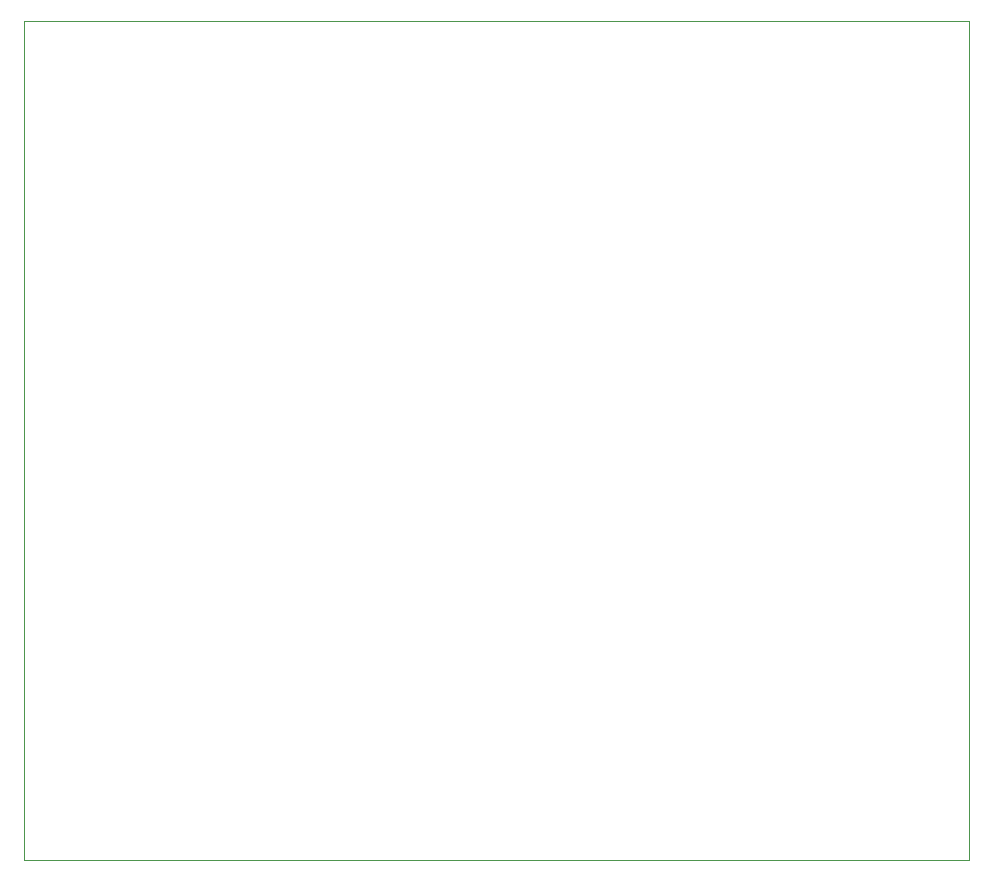
<source format=gbr>
%TF.GenerationSoftware,KiCad,Pcbnew,9.0.0*%
%TF.CreationDate,2025-04-01T19:23:25-03:00*%
%TF.ProjectId,ALFAGAME-v1,414c4641-4741-44d4-952d-76312e6b6963,rev?*%
%TF.SameCoordinates,Original*%
%TF.FileFunction,Profile,NP*%
%FSLAX46Y46*%
G04 Gerber Fmt 4.6, Leading zero omitted, Abs format (unit mm)*
G04 Created by KiCad (PCBNEW 9.0.0) date 2025-04-01 19:23:25*
%MOMM*%
%LPD*%
G01*
G04 APERTURE LIST*
%TA.AperFunction,Profile*%
%ADD10C,0.050000*%
%TD*%
G04 APERTURE END LIST*
D10*
X145500000Y-25000000D02*
X225500000Y-25000000D01*
X225500000Y-96000000D01*
X145500000Y-96000000D01*
X145500000Y-25000000D01*
M02*

</source>
